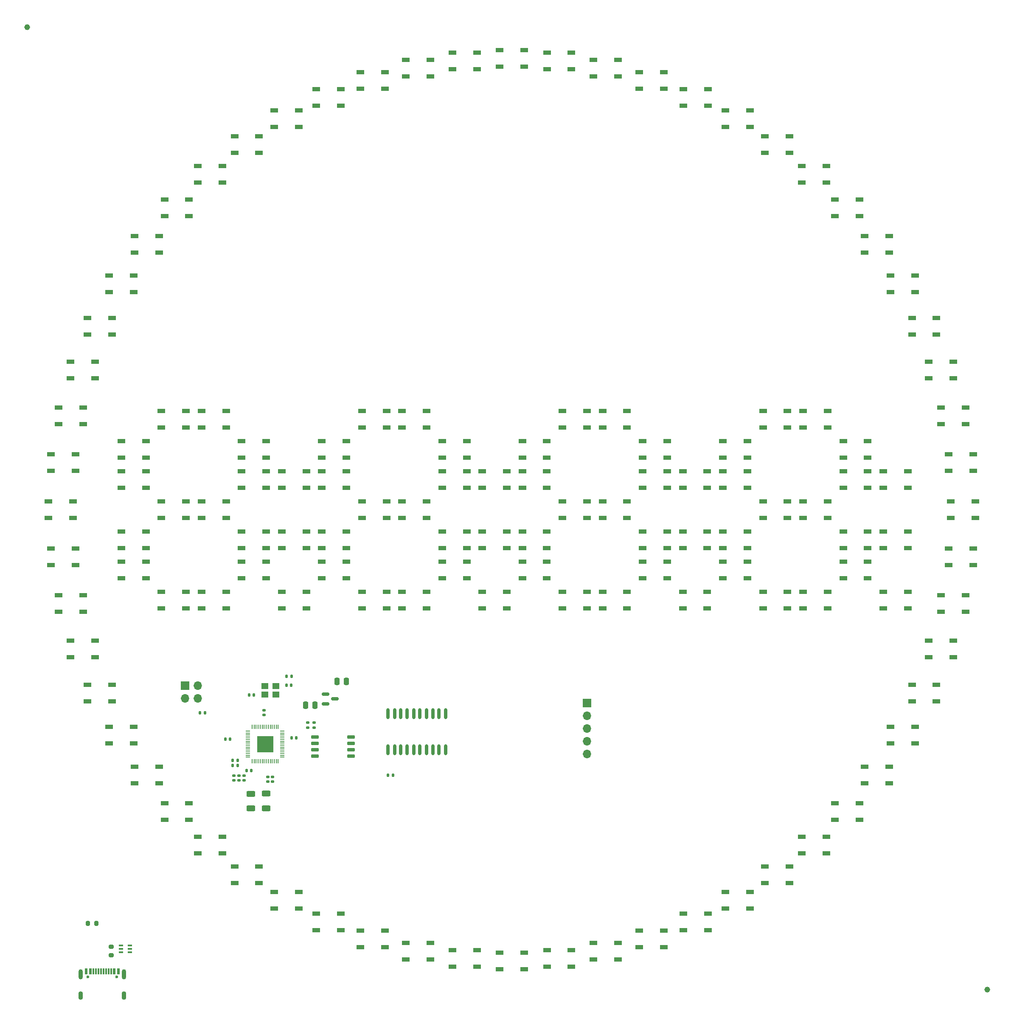
<source format=gbr>
%TF.GenerationSoftware,KiCad,Pcbnew,7.0.2-0*%
%TF.CreationDate,2023-04-30T21:52:29+02:00*%
%TF.ProjectId,tomclock,746f6d63-6c6f-4636-9b2e-6b696361645f,rev?*%
%TF.SameCoordinates,Original*%
%TF.FileFunction,Soldermask,Top*%
%TF.FilePolarity,Negative*%
%FSLAX46Y46*%
G04 Gerber Fmt 4.6, Leading zero omitted, Abs format (unit mm)*
G04 Created by KiCad (PCBNEW 7.0.2-0) date 2023-04-30 21:52:29*
%MOMM*%
%LPD*%
G01*
G04 APERTURE LIST*
G04 Aperture macros list*
%AMRoundRect*
0 Rectangle with rounded corners*
0 $1 Rounding radius*
0 $2 $3 $4 $5 $6 $7 $8 $9 X,Y pos of 4 corners*
0 Add a 4 corners polygon primitive as box body*
4,1,4,$2,$3,$4,$5,$6,$7,$8,$9,$2,$3,0*
0 Add four circle primitives for the rounded corners*
1,1,$1+$1,$2,$3*
1,1,$1+$1,$4,$5*
1,1,$1+$1,$6,$7*
1,1,$1+$1,$8,$9*
0 Add four rect primitives between the rounded corners*
20,1,$1+$1,$2,$3,$4,$5,0*
20,1,$1+$1,$4,$5,$6,$7,0*
20,1,$1+$1,$6,$7,$8,$9,0*
20,1,$1+$1,$8,$9,$2,$3,0*%
G04 Aperture macros list end*
%ADD10O,0.600000X2.200000*%
%ADD11R,1.500000X0.900000*%
%ADD12C,1.152000*%
%ADD13RoundRect,0.140000X-0.170000X0.140000X-0.170000X-0.140000X0.170000X-0.140000X0.170000X0.140000X0*%
%ADD14RoundRect,0.140000X0.140000X0.170000X-0.140000X0.170000X-0.140000X-0.170000X0.140000X-0.170000X0*%
%ADD15R,1.400000X1.200000*%
%ADD16RoundRect,0.140000X-0.140000X-0.170000X0.140000X-0.170000X0.140000X0.170000X-0.140000X0.170000X0*%
%ADD17RoundRect,0.135000X-0.185000X0.135000X-0.185000X-0.135000X0.185000X-0.135000X0.185000X0.135000X0*%
%ADD18RoundRect,0.200000X0.275000X-0.200000X0.275000X0.200000X-0.275000X0.200000X-0.275000X-0.200000X0*%
%ADD19RoundRect,0.135000X-0.135000X-0.185000X0.135000X-0.185000X0.135000X0.185000X-0.135000X0.185000X0*%
%ADD20RoundRect,0.140000X0.170000X-0.140000X0.170000X0.140000X-0.170000X0.140000X-0.170000X-0.140000X0*%
%ADD21RoundRect,0.150000X-0.587500X-0.150000X0.587500X-0.150000X0.587500X0.150000X-0.587500X0.150000X0*%
%ADD22R,1.700000X1.700000*%
%ADD23O,1.700000X1.700000*%
%ADD24RoundRect,0.150000X-0.650000X-0.150000X0.650000X-0.150000X0.650000X0.150000X-0.650000X0.150000X0*%
%ADD25RoundRect,0.250000X0.625000X-0.312500X0.625000X0.312500X-0.625000X0.312500X-0.625000X-0.312500X0*%
%ADD26R,0.900000X0.400000*%
%ADD27C,0.600000*%
%ADD28R,0.600000X1.160000*%
%ADD29R,0.300000X1.160000*%
%ADD30O,0.900000X2.000000*%
%ADD31O,0.900000X1.700000*%
%ADD32RoundRect,0.250000X0.250000X0.475000X-0.250000X0.475000X-0.250000X-0.475000X0.250000X-0.475000X0*%
%ADD33RoundRect,0.200000X0.200000X0.275000X-0.200000X0.275000X-0.200000X-0.275000X0.200000X-0.275000X0*%
%ADD34RoundRect,0.050000X0.387500X0.050000X-0.387500X0.050000X-0.387500X-0.050000X0.387500X-0.050000X0*%
%ADD35RoundRect,0.050000X0.050000X0.387500X-0.050000X0.387500X-0.050000X-0.387500X0.050000X-0.387500X0*%
%ADD36R,3.200000X3.200000*%
G04 APERTURE END LIST*
D10*
%TO.C,U4*%
X96530000Y-161100000D03*
X97810000Y-161100000D03*
X99070000Y-161100000D03*
X100340000Y-161100000D03*
X101620000Y-161100000D03*
X102880000Y-161100000D03*
X104160000Y-161100000D03*
X105430000Y-161100000D03*
X106690000Y-161100000D03*
X107970000Y-161100000D03*
X107970000Y-153900000D03*
X106690000Y-153900000D03*
X105430000Y-153900000D03*
X104160000Y-153900000D03*
X102880000Y-153900000D03*
X101620000Y-153900000D03*
X100340000Y-153900000D03*
X99070000Y-153900000D03*
X97810000Y-153900000D03*
X96530000Y-153900000D03*
%TD*%
D11*
%TO.C,DS92*%
X115300000Y-117600000D03*
X115300000Y-120900000D03*
X120200000Y-120900000D03*
X120200000Y-117600000D03*
%TD*%
D12*
%TO.C,H2*%
X216000000Y-209000000D03*
%TD*%
D11*
%TO.C,DS18*%
X204395595Y-139410000D03*
X204395595Y-142710000D03*
X209295595Y-142710000D03*
X209295595Y-139410000D03*
%TD*%
%TO.C,DS98*%
X123300000Y-105600000D03*
X123300000Y-108900000D03*
X128200000Y-108900000D03*
X128200000Y-105600000D03*
%TD*%
%TO.C,DS117*%
X171300000Y-111600000D03*
X171300000Y-114900000D03*
X176200000Y-114900000D03*
X176200000Y-111600000D03*
%TD*%
%TO.C,DS66*%
X51300000Y-111600000D03*
X51300000Y-114900000D03*
X56200000Y-114900000D03*
X56200000Y-111600000D03*
%TD*%
%TO.C,DS65*%
X67300000Y-105600000D03*
X67300000Y-108900000D03*
X72200000Y-108900000D03*
X72200000Y-105600000D03*
%TD*%
D13*
%TO.C,C6*%
X67750000Y-166270000D03*
X67750000Y-167230000D03*
%TD*%
D11*
%TO.C,DS115*%
X163300000Y-105600000D03*
X163300000Y-108900000D03*
X168200000Y-108900000D03*
X168200000Y-105600000D03*
%TD*%
D14*
%TO.C,C8*%
X69230000Y-165250000D03*
X68270000Y-165250000D03*
%TD*%
D11*
%TO.C,DS43*%
X30765595Y-130310000D03*
X30765595Y-133610000D03*
X35665595Y-133610000D03*
X35665595Y-130310000D03*
%TD*%
D15*
%TO.C,Y1*%
X74100000Y-148400000D03*
X71900000Y-148400000D03*
X71900000Y-150100000D03*
X74100000Y-150100000D03*
%TD*%
D11*
%TO.C,DS112*%
X179300000Y-93600000D03*
X179300000Y-96900000D03*
X184200000Y-96900000D03*
X184200000Y-93600000D03*
%TD*%
D16*
%TO.C,C16*%
X65540000Y-163250000D03*
X66500000Y-163250000D03*
%TD*%
D11*
%TO.C,DS123*%
X171300000Y-129600000D03*
X171300000Y-132900000D03*
X176200000Y-132900000D03*
X176200000Y-129600000D03*
%TD*%
D17*
%TO.C,R2*%
X81750000Y-155740000D03*
X81750000Y-156760000D03*
%TD*%
D11*
%TO.C,DS86*%
X107300000Y-117600000D03*
X107300000Y-120900000D03*
X112200000Y-120900000D03*
X112200000Y-117600000D03*
%TD*%
%TO.C,DS64*%
X43300000Y-105600000D03*
X43300000Y-108900000D03*
X48200000Y-108900000D03*
X48200000Y-105600000D03*
%TD*%
%TO.C,DS23*%
X179015595Y-178480000D03*
X179015595Y-181780000D03*
X183915595Y-181780000D03*
X183915595Y-178480000D03*
%TD*%
%TO.C,DS109*%
X155300000Y-117600000D03*
X155300000Y-120900000D03*
X160200000Y-120900000D03*
X160200000Y-117600000D03*
%TD*%
%TO.C,DS91*%
X115300000Y-105600000D03*
X115300000Y-108900000D03*
X120200000Y-108900000D03*
X120200000Y-105600000D03*
%TD*%
%TO.C,DS93*%
X115300000Y-129600000D03*
X115300000Y-132900000D03*
X120200000Y-132900000D03*
X120200000Y-129600000D03*
%TD*%
%TO.C,DS82*%
X107300000Y-105600000D03*
X107300000Y-108900000D03*
X112200000Y-108900000D03*
X112200000Y-105600000D03*
%TD*%
%TO.C,DS118*%
X179300000Y-111600000D03*
X179300000Y-114900000D03*
X184200000Y-114900000D03*
X184200000Y-111600000D03*
%TD*%
D18*
%TO.C,R4*%
X41250000Y-202075000D03*
X41250000Y-200425000D03*
%TD*%
D11*
%TO.C,DS63*%
X67300000Y-99600000D03*
X67300000Y-102900000D03*
X72200000Y-102900000D03*
X72200000Y-99600000D03*
%TD*%
%TO.C,DS71*%
X67300000Y-123600000D03*
X67300000Y-126900000D03*
X72200000Y-126900000D03*
X72200000Y-123600000D03*
%TD*%
%TO.C,DS125*%
X195300000Y-105600000D03*
X195300000Y-108900000D03*
X200200000Y-108900000D03*
X200200000Y-105600000D03*
%TD*%
%TO.C,DS70*%
X43300000Y-123600000D03*
X43300000Y-126900000D03*
X48200000Y-126900000D03*
X48200000Y-123600000D03*
%TD*%
%TO.C,DS0*%
X118795595Y-21600000D03*
X118795595Y-24900000D03*
X123695595Y-24900000D03*
X123695595Y-21600000D03*
%TD*%
%TO.C,DS16*%
X208305595Y-121010000D03*
X208305595Y-124310000D03*
X213205595Y-124310000D03*
X213205595Y-121010000D03*
%TD*%
%TO.C,DS13*%
X206825595Y-92890000D03*
X206825595Y-96190000D03*
X211725595Y-96190000D03*
X211725595Y-92890000D03*
%TD*%
%TO.C,DS40*%
X40855595Y-156600000D03*
X40855595Y-159900000D03*
X45755595Y-159900000D03*
X45755595Y-156600000D03*
%TD*%
%TO.C,DS107*%
X139300000Y-129600000D03*
X139300000Y-132900000D03*
X144200000Y-132900000D03*
X144200000Y-129600000D03*
%TD*%
%TO.C,DS48*%
X33195595Y-83790000D03*
X33195595Y-87090000D03*
X38095595Y-87090000D03*
X38095595Y-83790000D03*
%TD*%
D12*
%TO.C,H1*%
X24500000Y-17000000D03*
%TD*%
D16*
%TO.C,C13*%
X68790000Y-150250000D03*
X69750000Y-150250000D03*
%TD*%
D11*
%TO.C,DS20*%
X196735595Y-156600000D03*
X196735595Y-159900000D03*
X201635595Y-159900000D03*
X201635595Y-156600000D03*
%TD*%
D19*
%TO.C,R7*%
X76240000Y-146500000D03*
X77260000Y-146500000D03*
%TD*%
D11*
%TO.C,DS1*%
X128205595Y-22090000D03*
X128205595Y-25390000D03*
X133105595Y-25390000D03*
X133105595Y-22090000D03*
%TD*%
%TO.C,DS19*%
X201015595Y-148210000D03*
X201015595Y-151510000D03*
X205915595Y-151510000D03*
X205915595Y-148210000D03*
%TD*%
%TO.C,DS33*%
X90985595Y-197200000D03*
X90985595Y-200500000D03*
X95885595Y-200500000D03*
X95885595Y-197200000D03*
%TD*%
%TO.C,DS95*%
X139300000Y-93600000D03*
X139300000Y-96900000D03*
X144200000Y-96900000D03*
X144200000Y-93600000D03*
%TD*%
%TO.C,DS119*%
X163300000Y-117600000D03*
X163300000Y-120900000D03*
X168200000Y-120900000D03*
X168200000Y-117600000D03*
%TD*%
%TO.C,DS78*%
X99300000Y-93600000D03*
X99300000Y-96900000D03*
X104200000Y-96900000D03*
X104200000Y-93600000D03*
%TD*%
%TO.C,DS11*%
X201015595Y-74990000D03*
X201015595Y-78290000D03*
X205915595Y-78290000D03*
X205915595Y-74990000D03*
%TD*%
%TO.C,DS80*%
X107300000Y-99600000D03*
X107300000Y-102900000D03*
X112200000Y-102900000D03*
X112200000Y-99600000D03*
%TD*%
D13*
%TO.C,C5*%
X65750000Y-166270000D03*
X65750000Y-167230000D03*
%TD*%
D11*
%TO.C,DS3*%
X146605595Y-26000000D03*
X146605595Y-29300000D03*
X151505595Y-29300000D03*
X151505595Y-26000000D03*
%TD*%
%TO.C,DS47*%
X30765595Y-92890000D03*
X30765595Y-96190000D03*
X35665595Y-96190000D03*
X35665595Y-92890000D03*
%TD*%
%TO.C,DS62*%
X43300000Y-99600000D03*
X43300000Y-102900000D03*
X48200000Y-102900000D03*
X48200000Y-99600000D03*
%TD*%
%TO.C,DS85*%
X83300000Y-117600000D03*
X83300000Y-120900000D03*
X88200000Y-120900000D03*
X88200000Y-117600000D03*
%TD*%
%TO.C,DS6*%
X171695595Y-38790000D03*
X171695595Y-42090000D03*
X176595595Y-42090000D03*
X176595595Y-38790000D03*
%TD*%
%TO.C,DS103*%
X147300000Y-117600000D03*
X147300000Y-120900000D03*
X152200000Y-120900000D03*
X152200000Y-117600000D03*
%TD*%
%TO.C,DS111*%
X171300000Y-93600000D03*
X171300000Y-96900000D03*
X176200000Y-96900000D03*
X176200000Y-93600000D03*
%TD*%
%TO.C,DS39*%
X45985595Y-164500000D03*
X45985595Y-167800000D03*
X50885595Y-167800000D03*
X50885595Y-164500000D03*
%TD*%
D20*
%TO.C,C1*%
X80500000Y-156710000D03*
X80500000Y-155750000D03*
%TD*%
D11*
%TO.C,DS127*%
X195300000Y-129600000D03*
X195300000Y-132900000D03*
X200200000Y-132900000D03*
X200200000Y-129600000D03*
%TD*%
D21*
%TO.C,U2*%
X84062500Y-150050000D03*
X84062500Y-151950000D03*
X85937500Y-151000000D03*
%TD*%
D11*
%TO.C,DS122*%
X187300000Y-123600000D03*
X187300000Y-126900000D03*
X192200000Y-126900000D03*
X192200000Y-123600000D03*
%TD*%
%TO.C,DS50*%
X40855595Y-66600000D03*
X40855595Y-69900000D03*
X45755595Y-69900000D03*
X45755595Y-66600000D03*
%TD*%
%TO.C,DS10*%
X196735595Y-66600000D03*
X196735595Y-69900000D03*
X201635595Y-69900000D03*
X201635595Y-66600000D03*
%TD*%
%TO.C,DS108*%
X155300000Y-105600000D03*
X155300000Y-108900000D03*
X160200000Y-108900000D03*
X160200000Y-105600000D03*
%TD*%
%TO.C,DS83*%
X91300000Y-111600000D03*
X91300000Y-114900000D03*
X96200000Y-114900000D03*
X96200000Y-111600000D03*
%TD*%
%TO.C,DS72*%
X51300000Y-129600000D03*
X51300000Y-132900000D03*
X56200000Y-132900000D03*
X56200000Y-129600000D03*
%TD*%
D16*
%TO.C,C17*%
X96520000Y-166250000D03*
X97480000Y-166250000D03*
%TD*%
D11*
%TO.C,DS126*%
X195300000Y-117600000D03*
X195300000Y-120900000D03*
X200200000Y-120900000D03*
X200200000Y-117600000D03*
%TD*%
%TO.C,DS110*%
X155300000Y-129600000D03*
X155300000Y-132900000D03*
X160200000Y-132900000D03*
X160200000Y-129600000D03*
%TD*%
%TO.C,DS55*%
X73795595Y-33660000D03*
X73795595Y-36960000D03*
X78695595Y-36960000D03*
X78695595Y-33660000D03*
%TD*%
%TO.C,DS106*%
X131300000Y-129600000D03*
X131300000Y-132900000D03*
X136200000Y-132900000D03*
X136200000Y-129600000D03*
%TD*%
%TO.C,DS41*%
X36575595Y-148210000D03*
X36575595Y-151510000D03*
X41475595Y-151510000D03*
X41475595Y-148210000D03*
%TD*%
%TO.C,DS42*%
X33195595Y-139410000D03*
X33195595Y-142710000D03*
X38095595Y-142710000D03*
X38095595Y-139410000D03*
%TD*%
%TO.C,DS4*%
X155405595Y-29380000D03*
X155405595Y-32680000D03*
X160305595Y-32680000D03*
X160305595Y-29380000D03*
%TD*%
D14*
%TO.C,C14*%
X77230000Y-148250000D03*
X76270000Y-148250000D03*
%TD*%
D11*
%TO.C,DS53*%
X58575595Y-44720000D03*
X58575595Y-48020000D03*
X63475595Y-48020000D03*
X63475595Y-44720000D03*
%TD*%
%TO.C,DS44*%
X29285595Y-121010000D03*
X29285595Y-124310000D03*
X34185595Y-124310000D03*
X34185595Y-121010000D03*
%TD*%
%TO.C,DS17*%
X206825595Y-130310000D03*
X206825595Y-133610000D03*
X211725595Y-133610000D03*
X211725595Y-130310000D03*
%TD*%
%TO.C,DS61*%
X59300000Y-93600000D03*
X59300000Y-96900000D03*
X64200000Y-96900000D03*
X64200000Y-93600000D03*
%TD*%
%TO.C,DS57*%
X90985595Y-26000000D03*
X90985595Y-29300000D03*
X95885595Y-29300000D03*
X95885595Y-26000000D03*
%TD*%
D16*
%TO.C,C12*%
X64040000Y-159000000D03*
X65000000Y-159000000D03*
%TD*%
D11*
%TO.C,DS49*%
X36575595Y-74990000D03*
X36575595Y-78290000D03*
X41475595Y-78290000D03*
X41475595Y-74990000D03*
%TD*%
%TO.C,DS76*%
X75300000Y-129600000D03*
X75300000Y-132900000D03*
X80200000Y-132900000D03*
X80200000Y-129600000D03*
%TD*%
D22*
%TO.C,J5*%
X56060000Y-148310000D03*
D23*
X58600000Y-148310000D03*
X56060000Y-150850000D03*
X58600000Y-150850000D03*
%TD*%
D11*
%TO.C,DS9*%
X191605595Y-58700000D03*
X191605595Y-62000000D03*
X196505595Y-62000000D03*
X196505595Y-58700000D03*
%TD*%
%TO.C,DS101*%
X139300000Y-111600000D03*
X139300000Y-114900000D03*
X144200000Y-114900000D03*
X144200000Y-111600000D03*
%TD*%
%TO.C,DS5*%
X163795595Y-33660000D03*
X163795595Y-36960000D03*
X168695595Y-36960000D03*
X168695595Y-33660000D03*
%TD*%
D13*
%TO.C,C10*%
X71750000Y-153270000D03*
X71750000Y-154230000D03*
%TD*%
D11*
%TO.C,DS81*%
X83300000Y-105600000D03*
X83300000Y-108900000D03*
X88200000Y-108900000D03*
X88200000Y-105600000D03*
%TD*%
D22*
%TO.C,J1*%
X136200000Y-151790000D03*
D23*
X136200000Y-154330000D03*
X136200000Y-156870000D03*
X136200000Y-159410000D03*
X136200000Y-161950000D03*
%TD*%
D24*
%TO.C,U1*%
X81900000Y-158595000D03*
X81900000Y-159865000D03*
X81900000Y-161135000D03*
X81900000Y-162405000D03*
X89100000Y-162405000D03*
X89100000Y-161135000D03*
X89100000Y-159865000D03*
X89100000Y-158595000D03*
%TD*%
D25*
%TO.C,R6*%
X69150000Y-172850000D03*
X69150000Y-169925000D03*
%TD*%
D11*
%TO.C,DS104*%
X123300000Y-123600000D03*
X123300000Y-126900000D03*
X128200000Y-126900000D03*
X128200000Y-123600000D03*
%TD*%
%TO.C,DS24*%
X171695595Y-184410000D03*
X171695595Y-187710000D03*
X176595595Y-187710000D03*
X176595595Y-184410000D03*
%TD*%
D26*
%TO.C,D1*%
X45000000Y-201500000D03*
X45000000Y-200850000D03*
X45000000Y-200200000D03*
X43200000Y-200200000D03*
X43200000Y-200850000D03*
X43200000Y-201500000D03*
%TD*%
D11*
%TO.C,DS114*%
X187300000Y-99600000D03*
X187300000Y-102900000D03*
X192200000Y-102900000D03*
X192200000Y-99600000D03*
%TD*%
D27*
%TO.C,J2*%
X36610000Y-206425000D03*
X42390000Y-206425000D03*
D28*
X36300000Y-205365000D03*
X37100000Y-205365000D03*
D29*
X38250000Y-205365000D03*
X39250000Y-205365000D03*
X39750000Y-205365000D03*
X40750000Y-205365000D03*
D28*
X41900000Y-205365000D03*
X42700000Y-205365000D03*
X42700000Y-205365000D03*
X41900000Y-205365000D03*
D29*
X41250000Y-205365000D03*
X40250000Y-205365000D03*
X38750000Y-205365000D03*
X37750000Y-205365000D03*
D28*
X37100000Y-205365000D03*
X36300000Y-205365000D03*
D30*
X35180000Y-205945000D03*
D31*
X35180000Y-210115000D03*
D30*
X43820000Y-205945000D03*
D31*
X43820000Y-210115000D03*
%TD*%
D32*
%TO.C,C2*%
X88200000Y-147500000D03*
X86300000Y-147500000D03*
%TD*%
D11*
%TO.C,DS99*%
X147300000Y-105600000D03*
X147300000Y-108900000D03*
X152200000Y-108900000D03*
X152200000Y-105600000D03*
%TD*%
%TO.C,DS29*%
X128205595Y-201110000D03*
X128205595Y-204410000D03*
X133105595Y-204410000D03*
X133105595Y-201110000D03*
%TD*%
D16*
%TO.C,C15*%
X65540000Y-164250000D03*
X66500000Y-164250000D03*
%TD*%
D11*
%TO.C,DS73*%
X59300000Y-129600000D03*
X59300000Y-132900000D03*
X64200000Y-132900000D03*
X64200000Y-129600000D03*
%TD*%
%TO.C,DS59*%
X109385595Y-22090000D03*
X109385595Y-25390000D03*
X114285595Y-25390000D03*
X114285595Y-22090000D03*
%TD*%
%TO.C,DS97*%
X147300000Y-99600000D03*
X147300000Y-102900000D03*
X152200000Y-102900000D03*
X152200000Y-99600000D03*
%TD*%
%TO.C,DS116*%
X187300000Y-105600000D03*
X187300000Y-108900000D03*
X192200000Y-108900000D03*
X192200000Y-105600000D03*
%TD*%
D33*
%TO.C,R3*%
X38325000Y-195750000D03*
X36675000Y-195750000D03*
%TD*%
D11*
%TO.C,DS96*%
X123300000Y-99600000D03*
X123300000Y-102900000D03*
X128200000Y-102900000D03*
X128200000Y-99600000D03*
%TD*%
%TO.C,DS45*%
X28795595Y-111600000D03*
X28795595Y-114900000D03*
X33695595Y-114900000D03*
X33695595Y-111600000D03*
%TD*%
%TO.C,DS113*%
X163300000Y-99600000D03*
X163300000Y-102900000D03*
X168200000Y-102900000D03*
X168200000Y-99600000D03*
%TD*%
%TO.C,DS35*%
X73795595Y-189540000D03*
X73795595Y-192840000D03*
X78695595Y-192840000D03*
X78695595Y-189540000D03*
%TD*%
%TO.C,DS58*%
X100085595Y-23570000D03*
X100085595Y-26870000D03*
X104985595Y-26870000D03*
X104985595Y-23570000D03*
%TD*%
%TO.C,DS15*%
X208795595Y-111600000D03*
X208795595Y-114900000D03*
X213695595Y-114900000D03*
X213695595Y-111600000D03*
%TD*%
%TO.C,DS52*%
X51915595Y-51380000D03*
X51915595Y-54680000D03*
X56815595Y-54680000D03*
X56815595Y-51380000D03*
%TD*%
%TO.C,DS38*%
X51915595Y-171820000D03*
X51915595Y-175120000D03*
X56815595Y-175120000D03*
X56815595Y-171820000D03*
%TD*%
%TO.C,DS60*%
X51300000Y-93600000D03*
X51300000Y-96900000D03*
X56200000Y-96900000D03*
X56200000Y-93600000D03*
%TD*%
%TO.C,DS32*%
X100085595Y-199630000D03*
X100085595Y-202930000D03*
X104985595Y-202930000D03*
X104985595Y-199630000D03*
%TD*%
%TO.C,DS56*%
X82185595Y-29380000D03*
X82185595Y-32680000D03*
X87085595Y-32680000D03*
X87085595Y-29380000D03*
%TD*%
%TO.C,DS31*%
X109385595Y-201110000D03*
X109385595Y-204410000D03*
X114285595Y-204410000D03*
X114285595Y-201110000D03*
%TD*%
D20*
%TO.C,C7*%
X73500000Y-167480000D03*
X73500000Y-166520000D03*
%TD*%
D11*
%TO.C,DS75*%
X75300000Y-117600000D03*
X75300000Y-120900000D03*
X80200000Y-120900000D03*
X80200000Y-117600000D03*
%TD*%
%TO.C,DS21*%
X191605595Y-164500000D03*
X191605595Y-167800000D03*
X196505595Y-167800000D03*
X196505595Y-164500000D03*
%TD*%
%TO.C,DS12*%
X204395595Y-83790000D03*
X204395595Y-87090000D03*
X209295595Y-87090000D03*
X209295595Y-83790000D03*
%TD*%
D25*
%TO.C,R5*%
X72200000Y-172800000D03*
X72200000Y-169875000D03*
%TD*%
D11*
%TO.C,DS68*%
X43300000Y-117600000D03*
X43300000Y-120900000D03*
X48200000Y-120900000D03*
X48200000Y-117600000D03*
%TD*%
D32*
%TO.C,C3*%
X81950000Y-152250000D03*
X80050000Y-152250000D03*
%TD*%
D11*
%TO.C,DS121*%
X163300000Y-123600000D03*
X163300000Y-126900000D03*
X168200000Y-126900000D03*
X168200000Y-123600000D03*
%TD*%
%TO.C,DS37*%
X58575595Y-178480000D03*
X58575595Y-181780000D03*
X63475595Y-181780000D03*
X63475595Y-178480000D03*
%TD*%
%TO.C,DS100*%
X131300000Y-111600000D03*
X131300000Y-114900000D03*
X136200000Y-114900000D03*
X136200000Y-111600000D03*
%TD*%
%TO.C,DS77*%
X91300000Y-93600000D03*
X91300000Y-96900000D03*
X96200000Y-96900000D03*
X96200000Y-93600000D03*
%TD*%
%TO.C,DS102*%
X123300000Y-117600000D03*
X123300000Y-120900000D03*
X128200000Y-120900000D03*
X128200000Y-117600000D03*
%TD*%
%TO.C,DS7*%
X179015595Y-44720000D03*
X179015595Y-48020000D03*
X183915595Y-48020000D03*
X183915595Y-44720000D03*
%TD*%
%TO.C,DS74*%
X75300000Y-105600000D03*
X75300000Y-108900000D03*
X80200000Y-108900000D03*
X80200000Y-105600000D03*
%TD*%
%TO.C,DS67*%
X59300000Y-111600000D03*
X59300000Y-114900000D03*
X64200000Y-114900000D03*
X64200000Y-111600000D03*
%TD*%
%TO.C,DS22*%
X185675595Y-171820000D03*
X185675595Y-175120000D03*
X190575595Y-175120000D03*
X190575595Y-171820000D03*
%TD*%
%TO.C,DS25*%
X163795595Y-189540000D03*
X163795595Y-192840000D03*
X168695595Y-192840000D03*
X168695595Y-189540000D03*
%TD*%
%TO.C,DS105*%
X147300000Y-123600000D03*
X147300000Y-126900000D03*
X152200000Y-126900000D03*
X152200000Y-123600000D03*
%TD*%
%TO.C,DS87*%
X83300000Y-123600000D03*
X83300000Y-126900000D03*
X88200000Y-126900000D03*
X88200000Y-123600000D03*
%TD*%
%TO.C,DS2*%
X137505595Y-23570000D03*
X137505595Y-26870000D03*
X142405595Y-26870000D03*
X142405595Y-23570000D03*
%TD*%
%TO.C,DS28*%
X137505595Y-199630000D03*
X137505595Y-202930000D03*
X142405595Y-202930000D03*
X142405595Y-199630000D03*
%TD*%
%TO.C,DS89*%
X91300000Y-129600000D03*
X91300000Y-132900000D03*
X96200000Y-132900000D03*
X96200000Y-129600000D03*
%TD*%
%TO.C,DS88*%
X107300000Y-123600000D03*
X107300000Y-126900000D03*
X112200000Y-126900000D03*
X112200000Y-123600000D03*
%TD*%
D13*
%TO.C,C4*%
X66750000Y-166270000D03*
X66750000Y-167230000D03*
%TD*%
D11*
%TO.C,DS27*%
X146605595Y-197200000D03*
X146605595Y-200500000D03*
X151505595Y-200500000D03*
X151505595Y-197200000D03*
%TD*%
%TO.C,DS30*%
X118795595Y-201600000D03*
X118795595Y-204900000D03*
X123695595Y-204900000D03*
X123695595Y-201600000D03*
%TD*%
%TO.C,DS34*%
X82185595Y-193820000D03*
X82185595Y-197120000D03*
X87085595Y-197120000D03*
X87085595Y-193820000D03*
%TD*%
%TO.C,DS79*%
X83300000Y-99600000D03*
X83300000Y-102900000D03*
X88200000Y-102900000D03*
X88200000Y-99600000D03*
%TD*%
%TO.C,DS124*%
X179300000Y-129600000D03*
X179300000Y-132900000D03*
X184200000Y-132900000D03*
X184200000Y-129600000D03*
%TD*%
%TO.C,DS14*%
X208305595Y-102190000D03*
X208305595Y-105490000D03*
X213205595Y-105490000D03*
X213205595Y-102190000D03*
%TD*%
%TO.C,DS120*%
X187300000Y-117600000D03*
X187300000Y-120900000D03*
X192200000Y-120900000D03*
X192200000Y-117600000D03*
%TD*%
%TO.C,DS54*%
X65895595Y-38790000D03*
X65895595Y-42090000D03*
X70795595Y-42090000D03*
X70795595Y-38790000D03*
%TD*%
%TO.C,DS69*%
X67300000Y-117600000D03*
X67300000Y-120900000D03*
X72200000Y-120900000D03*
X72200000Y-117600000D03*
%TD*%
D34*
%TO.C,U3*%
X75437500Y-162600000D03*
X75437500Y-162200000D03*
X75437500Y-161800000D03*
X75437500Y-161400000D03*
X75437500Y-161000000D03*
X75437500Y-160600000D03*
X75437500Y-160200000D03*
X75437500Y-159800000D03*
X75437500Y-159400000D03*
X75437500Y-159000000D03*
X75437500Y-158600000D03*
X75437500Y-158200000D03*
X75437500Y-157800000D03*
X75437500Y-157400000D03*
D35*
X74600000Y-156562500D03*
X74200000Y-156562500D03*
X73800000Y-156562500D03*
X73400000Y-156562500D03*
X73000000Y-156562500D03*
X72600000Y-156562500D03*
X72200000Y-156562500D03*
X71800000Y-156562500D03*
X71400000Y-156562500D03*
X71000000Y-156562500D03*
X70600000Y-156562500D03*
X70200000Y-156562500D03*
X69800000Y-156562500D03*
X69400000Y-156562500D03*
D34*
X68562500Y-157400000D03*
X68562500Y-157800000D03*
X68562500Y-158200000D03*
X68562500Y-158600000D03*
X68562500Y-159000000D03*
X68562500Y-159400000D03*
X68562500Y-159800000D03*
X68562500Y-160200000D03*
X68562500Y-160600000D03*
X68562500Y-161000000D03*
X68562500Y-161400000D03*
X68562500Y-161800000D03*
X68562500Y-162200000D03*
X68562500Y-162600000D03*
D35*
X69400000Y-163437500D03*
X69800000Y-163437500D03*
X70200000Y-163437500D03*
X70600000Y-163437500D03*
X71000000Y-163437500D03*
X71400000Y-163437500D03*
X71800000Y-163437500D03*
X72200000Y-163437500D03*
X72600000Y-163437500D03*
X73000000Y-163437500D03*
X73400000Y-163437500D03*
X73800000Y-163437500D03*
X74200000Y-163437500D03*
X74600000Y-163437500D03*
D36*
X72000000Y-160000000D03*
%TD*%
D11*
%TO.C,DS84*%
X99300000Y-111600000D03*
X99300000Y-114900000D03*
X104200000Y-114900000D03*
X104200000Y-111600000D03*
%TD*%
D14*
%TO.C,C9*%
X78230000Y-158750000D03*
X77270000Y-158750000D03*
%TD*%
D11*
%TO.C,DS51*%
X45985595Y-58700000D03*
X45985595Y-62000000D03*
X50885595Y-62000000D03*
X50885595Y-58700000D03*
%TD*%
%TO.C,DS8*%
X185675595Y-51380000D03*
X185675595Y-54680000D03*
X190575595Y-54680000D03*
X190575595Y-51380000D03*
%TD*%
%TO.C,DS26*%
X155405595Y-193820000D03*
X155405595Y-197120000D03*
X160305595Y-197120000D03*
X160305595Y-193820000D03*
%TD*%
%TO.C,DS90*%
X99300000Y-129600000D03*
X99300000Y-132900000D03*
X104200000Y-132900000D03*
X104200000Y-129600000D03*
%TD*%
D19*
%TO.C,R1*%
X58980000Y-153750000D03*
X60000000Y-153750000D03*
%TD*%
D11*
%TO.C,DS46*%
X29285595Y-102190000D03*
X29285595Y-105490000D03*
X34185595Y-105490000D03*
X34185595Y-102190000D03*
%TD*%
D20*
%TO.C,C11*%
X72500000Y-167500000D03*
X72500000Y-166540000D03*
%TD*%
D11*
%TO.C,DS36*%
X65895595Y-184410000D03*
X65895595Y-187710000D03*
X70795595Y-187710000D03*
X70795595Y-184410000D03*
%TD*%
%TO.C,DS94*%
X131300000Y-93600000D03*
X131300000Y-96900000D03*
X136200000Y-96900000D03*
X136200000Y-93600000D03*
%TD*%
M02*

</source>
